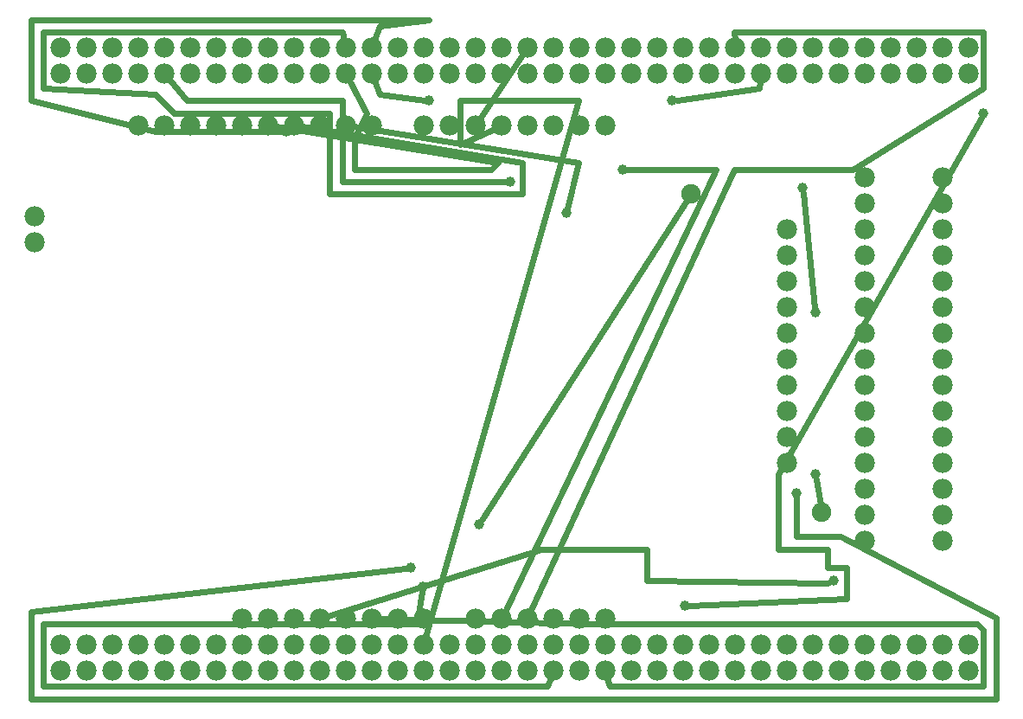
<source format=gbl>
G04 MADE WITH FRITZING*
G04 WWW.FRITZING.ORG*
G04 DOUBLE SIDED*
G04 HOLES PLATED*
G04 CONTOUR ON CENTER OF CONTOUR VECTOR*
%ASAXBY*%
%FSLAX23Y23*%
%MOIN*%
%OFA0B0*%
%SFA1.0B1.0*%
%ADD10C,0.078000*%
%ADD11C,0.039370*%
%ADD12C,0.075000*%
%ADD13C,0.024000*%
%LNCOPPER0*%
G90*
G70*
G54D10*
X174Y2433D03*
X274Y2433D03*
X374Y2433D03*
X474Y2433D03*
X574Y2433D03*
X674Y2433D03*
X774Y2433D03*
X874Y2433D03*
X974Y2433D03*
X1074Y2433D03*
X1174Y2433D03*
X1274Y2433D03*
X1374Y2433D03*
X1474Y2433D03*
X1574Y2433D03*
X1674Y2433D03*
X1774Y2433D03*
X1874Y2433D03*
X1974Y2433D03*
X2074Y2433D03*
X2174Y2433D03*
X2274Y2433D03*
X2374Y2433D03*
X2474Y2433D03*
X2574Y2433D03*
X2674Y2433D03*
X2774Y2433D03*
X2874Y2433D03*
X2974Y2433D03*
X3074Y2433D03*
X3174Y2433D03*
X3274Y2433D03*
X3374Y2433D03*
X3474Y2433D03*
X3574Y2433D03*
X3674Y2433D03*
X174Y2533D03*
X274Y2533D03*
X374Y2533D03*
X474Y2533D03*
X574Y2533D03*
X674Y2533D03*
X774Y2533D03*
X874Y2533D03*
X974Y2533D03*
X1074Y2533D03*
X1174Y2533D03*
X1274Y2533D03*
X1374Y2533D03*
X1474Y2533D03*
X1574Y2533D03*
X1674Y2533D03*
X1774Y2533D03*
X1874Y2533D03*
X1974Y2533D03*
X2074Y2533D03*
X2174Y2533D03*
X2274Y2533D03*
X2374Y2533D03*
X2474Y2533D03*
X2574Y2533D03*
X2674Y2533D03*
X2774Y2533D03*
X2874Y2533D03*
X2974Y2533D03*
X3074Y2533D03*
X3174Y2533D03*
X3274Y2533D03*
X3374Y2533D03*
X3474Y2533D03*
X3574Y2533D03*
X3674Y2533D03*
X174Y233D03*
X274Y233D03*
X374Y233D03*
X474Y233D03*
X574Y233D03*
X674Y233D03*
X774Y233D03*
X874Y233D03*
X974Y233D03*
X1074Y233D03*
X1174Y233D03*
X1274Y233D03*
X1374Y233D03*
X1474Y233D03*
X1574Y233D03*
X1674Y233D03*
X1774Y233D03*
X1874Y233D03*
X1974Y233D03*
X2074Y233D03*
X2174Y233D03*
X2274Y233D03*
X2374Y233D03*
X2474Y233D03*
X2574Y233D03*
X2674Y233D03*
X2774Y233D03*
X2874Y233D03*
X2974Y233D03*
X3074Y233D03*
X3174Y233D03*
X3274Y233D03*
X3374Y233D03*
X3474Y233D03*
X3574Y233D03*
X3674Y233D03*
X174Y133D03*
X274Y133D03*
X374Y133D03*
X474Y133D03*
X574Y133D03*
X674Y133D03*
X774Y133D03*
X874Y133D03*
X974Y133D03*
X1074Y133D03*
X1174Y133D03*
X1274Y133D03*
X1374Y133D03*
X1474Y133D03*
X1574Y133D03*
X1674Y133D03*
X1774Y133D03*
X1874Y133D03*
X1974Y133D03*
X2074Y133D03*
X2174Y133D03*
X2274Y133D03*
X2374Y133D03*
X2474Y133D03*
X2574Y133D03*
X2674Y133D03*
X2774Y133D03*
X2874Y133D03*
X2974Y133D03*
X3074Y133D03*
X3174Y133D03*
X3274Y133D03*
X3374Y133D03*
X3474Y133D03*
X3574Y133D03*
X3674Y133D03*
X2274Y333D03*
X2174Y333D03*
X2074Y333D03*
X1974Y333D03*
X1874Y333D03*
X1774Y333D03*
X1574Y333D03*
X1474Y333D03*
X1374Y333D03*
X1274Y333D03*
X1174Y333D03*
X1074Y333D03*
X974Y333D03*
X874Y333D03*
X2274Y2233D03*
X2174Y2233D03*
X2074Y2233D03*
X1974Y2233D03*
X1874Y2233D03*
X1774Y2233D03*
X1674Y2233D03*
X1574Y2233D03*
X1374Y2233D03*
X1274Y2233D03*
X1174Y2233D03*
X1074Y2233D03*
X974Y2233D03*
X874Y2233D03*
X774Y2233D03*
X674Y2233D03*
X574Y2233D03*
X474Y2233D03*
X1374Y2233D03*
X1274Y2233D03*
X1174Y2233D03*
X1074Y2233D03*
X974Y2233D03*
X874Y2233D03*
X774Y2233D03*
X674Y2233D03*
X574Y2233D03*
X474Y2233D03*
G54D11*
X3156Y480D03*
X2340Y2064D03*
X2532Y2328D03*
X1572Y456D03*
X1596Y2328D03*
X2580Y384D03*
X3732Y2280D03*
X1908Y2016D03*
X1524Y528D03*
X3012Y816D03*
X1044Y2208D03*
X2124Y1896D03*
G54D12*
X3108Y744D03*
X2604Y1968D03*
G54D11*
X3084Y888D03*
X3084Y1512D03*
X3036Y1992D03*
X1788Y696D03*
G54D10*
X2974Y933D03*
X2974Y1033D03*
X2974Y1133D03*
X2974Y1233D03*
X2974Y1333D03*
X2974Y1433D03*
X2974Y1533D03*
X2974Y1633D03*
X2974Y1733D03*
X2974Y1833D03*
X2974Y933D03*
X2974Y1033D03*
X2974Y1133D03*
X2974Y1233D03*
X2974Y1333D03*
X2974Y1433D03*
X2974Y1533D03*
X2974Y1633D03*
X2974Y1733D03*
X2974Y1833D03*
X3274Y633D03*
X3274Y733D03*
X3274Y833D03*
X3274Y933D03*
X3274Y1033D03*
X3274Y1133D03*
X3274Y1233D03*
X3274Y1333D03*
X3274Y1433D03*
X3274Y1533D03*
X3274Y1633D03*
X3274Y1733D03*
X3274Y1833D03*
X3274Y1933D03*
X3274Y2033D03*
X3574Y633D03*
X3574Y733D03*
X3574Y833D03*
X3574Y933D03*
X3574Y1033D03*
X3574Y1133D03*
X3574Y1233D03*
X3574Y1333D03*
X3574Y1433D03*
X3574Y1533D03*
X3574Y1633D03*
X3574Y1733D03*
X3574Y1833D03*
X3574Y1933D03*
X3574Y2033D03*
X74Y1883D03*
X74Y1783D03*
G54D13*
X1957Y2508D02*
X1791Y2258D01*
D02*
X1847Y2220D02*
X1716Y2160D01*
D02*
X1716Y2160D02*
X1716Y2328D01*
D02*
X1716Y2328D02*
X2172Y2328D01*
D02*
X2172Y2328D02*
X1582Y262D01*
D02*
X1986Y360D02*
X2772Y2064D01*
D02*
X2772Y2064D02*
X3228Y2064D01*
D02*
X3228Y2064D02*
X3732Y2376D01*
D02*
X3732Y2376D02*
X3732Y2592D01*
X3732Y2592D02*
X2772Y2592D01*
X2772Y2592D02*
X2773Y2563D01*
D02*
X1404Y332D02*
X2220Y312D01*
X2220Y312D02*
X3708Y312D01*
X3708Y312D02*
X3732Y288D01*
X3732Y288D02*
X3732Y72D01*
X3732Y72D02*
X2292Y72D01*
X2292Y72D02*
X2282Y104D01*
D02*
X1203Y342D02*
X2028Y600D01*
X2028Y600D02*
X2436Y600D01*
X2436Y600D02*
X2436Y480D01*
X2436Y480D02*
X3132Y468D01*
X3132Y468D02*
X3139Y471D01*
D02*
X1887Y360D02*
X2700Y2064D01*
D02*
X2700Y2064D02*
X2359Y2064D01*
D02*
X2551Y2330D02*
X2868Y2376D01*
D02*
X2868Y2376D02*
X2871Y2403D01*
D02*
X1569Y437D02*
X1548Y312D01*
X1548Y312D02*
X108Y312D01*
X108Y312D02*
X108Y72D01*
X108Y72D02*
X2052Y72D01*
X2052Y72D02*
X2064Y105D01*
D02*
X1384Y2405D02*
X1404Y2352D01*
D02*
X1404Y2352D02*
X1577Y2330D01*
D02*
X1004Y2228D02*
X1860Y2088D01*
D02*
X1860Y2088D02*
X1836Y2064D01*
D02*
X1836Y2064D02*
X1308Y2064D01*
D02*
X1308Y2064D02*
X1308Y2184D01*
D02*
X1308Y2184D02*
X1356Y2280D01*
D02*
X1356Y2280D02*
X1288Y2406D01*
D02*
X2599Y384D02*
X3204Y408D01*
X3204Y408D02*
X3204Y528D01*
X3204Y528D02*
X3132Y528D01*
X3132Y528D02*
X3132Y600D01*
X3132Y600D02*
X2940Y600D01*
X2940Y600D02*
X2940Y888D01*
X2940Y888D02*
X3723Y2263D01*
D02*
X593Y2410D02*
X660Y2328D01*
D02*
X660Y2328D02*
X1260Y2328D01*
D02*
X1260Y2328D02*
X1260Y2016D01*
D02*
X1260Y2016D02*
X1889Y2016D01*
D02*
X1104Y2228D02*
X1956Y2088D01*
D02*
X1956Y2088D02*
X1956Y1968D01*
D02*
X1956Y1968D02*
X1212Y1968D01*
D02*
X1212Y1968D02*
X1212Y2280D01*
D02*
X1212Y2280D02*
X612Y2280D01*
D02*
X612Y2280D02*
X540Y2352D01*
D02*
X540Y2352D02*
X108Y2376D01*
X108Y2376D02*
X108Y2592D01*
X108Y2592D02*
X1260Y2592D01*
X1260Y2592D02*
X1267Y2562D01*
D02*
X1505Y525D02*
X60Y360D01*
X60Y360D02*
X60Y24D01*
X60Y24D02*
X3780Y24D01*
X3780Y24D02*
X3780Y336D01*
X3780Y336D02*
X3180Y648D01*
X3180Y648D02*
X3012Y648D01*
X3012Y648D02*
X3012Y797D01*
D02*
X1384Y2561D02*
X1404Y2616D01*
D02*
X1404Y2616D02*
X1596Y2640D01*
X1596Y2640D02*
X60Y2640D01*
X60Y2640D02*
X60Y2328D01*
D02*
X60Y2328D02*
X540Y2208D01*
D02*
X540Y2208D02*
X1025Y2208D01*
D02*
X2129Y1914D02*
X2172Y2088D01*
D02*
X2172Y2088D02*
X1304Y2228D01*
D02*
X3103Y772D02*
X3087Y869D01*
D02*
X3082Y1530D02*
X3038Y1973D01*
D02*
X2589Y1943D02*
X1798Y712D01*
G04 End of Copper0*
M02*
</source>
